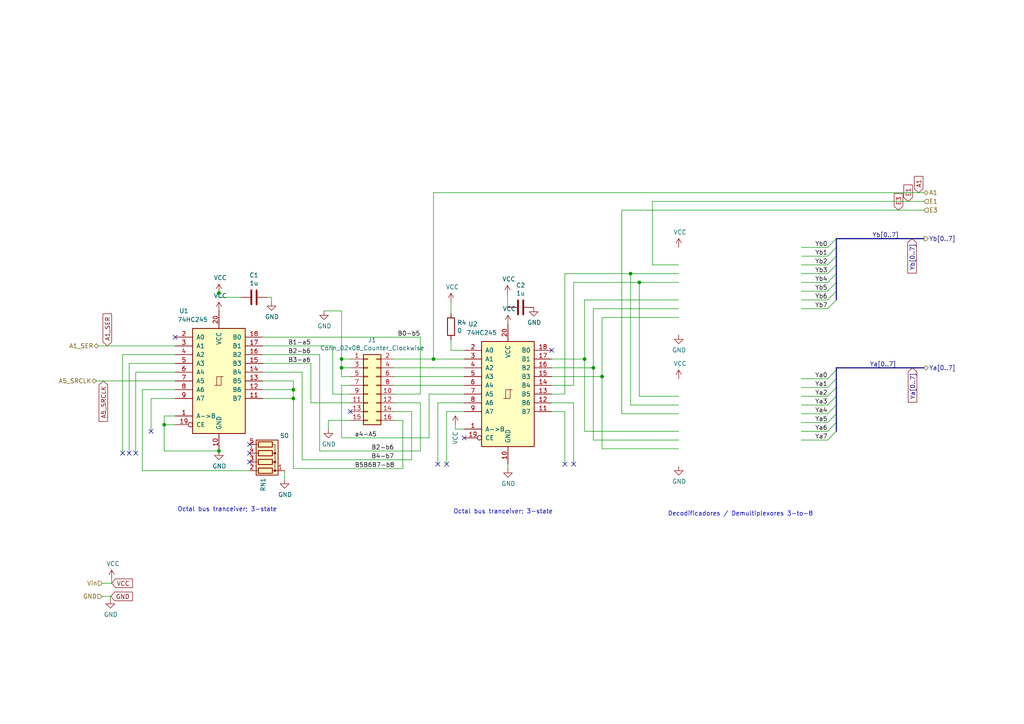
<source format=kicad_sch>
(kicad_sch (version 20211123) (generator eeschema)
  (paper "A4")
  (lib_symbols
    (symbol "74xx:74HC245" (pin_names (offset 1.016))
      (property "Reference" "U" (at -7.62 16.51 0))
      (property "Value" "74HC245" (at -7.62 -16.51 0))
      (symbol "74HC245_1_0"
        (polyline (pts (xy -0.635 -1.27) (xy -0.635 1.27) (xy 0.635 1.27)))
        (polyline (pts (xy -1.27 -1.27) (xy 0.635 -1.27) (xy 0.635 1.27) (xy 1.27 1.27)))
        (pin input line (at -12.7 -10.16 0) (length 5.08) (name "A->B") (number "1"))
        (pin power_in line (at 0 -20.32 90) (length 5.08) (name "GND") (number "10"))
        (pin tri_state line (at 12.7 -5.08 180) (length 5.08) (name "B7") (number "11"))
        (pin tri_state line (at 12.7 -2.54 180) (length 5.08) (name "B6") (number "12"))
        (pin tri_state line (at 12.7 0 180) (length 5.08) (name "B5") (number "13"))
        (pin tri_state line (at 12.7 2.54 180) (length 5.08) (name "B4") (number "14"))
        (pin tri_state line (at 12.7 5.08 180) (length 5.08) (name "B3") (number "15"))
        (pin tri_state line (at 12.7 7.62 180) (length 5.08) (name "B2") (number "16"))
        (pin tri_state line (at 12.7 10.16 180) (length 5.08) (name "B1") (number "17"))
        (pin tri_state line (at 12.7 12.7 180) (length 5.08) (name "B0") (number "18"))
        (pin input inverted (at -12.7 -12.7 0) (length 5.08) (name "CE") (number "19"))
        (pin tri_state line (at -12.7 12.7 0) (length 5.08) (name "A0") (number "2"))
        (pin power_in line (at 0 20.32 270) (length 5.08) (name "VCC") (number "20"))
        (pin tri_state line (at -12.7 10.16 0) (length 5.08) (name "A1") (number "3"))
        (pin tri_state line (at -12.7 7.62 0) (length 5.08) (name "A2") (number "4"))
        (pin tri_state line (at -12.7 5.08 0) (length 5.08) (name "A3") (number "5"))
        (pin tri_state line (at -12.7 2.54 0) (length 5.08) (name "A4") (number "6"))
        (pin tri_state line (at -12.7 0 0) (length 5.08) (name "A5") (number "7"))
        (pin tri_state line (at -12.7 -2.54 0) (length 5.08) (name "A6") (number "8"))
        (pin tri_state line (at -12.7 -5.08 0) (length 5.08) (name "A7") (number "9"))
      )
      (symbol "74HC245_1_1"
        (rectangle (start -7.62 15.24) (end 7.62 -15.24) (stroke (width 0.254)) (fill (type background)))
      )
    )
    (symbol "Connector_Generic:Conn_02x08_Odd_Even" (pin_names (offset 1.016) hide)
      (property "Reference" "J" (at 1.27 10.16 0))
      (property "Value" "Conn_02x08_Odd_Even" (at 1.27 -12.7 0))
      (symbol "Conn_02x08_Odd_Even_1_1"
        (rectangle (start -1.27 -10.033) (end 0 -10.287) (stroke (width 0.1524)))
        (rectangle (start -1.27 -7.493) (end 0 -7.747) (stroke (width 0.1524)))
        (rectangle (start -1.27 -4.953) (end 0 -5.207) (stroke (width 0.1524)))
        (rectangle (start -1.27 -2.413) (end 0 -2.667) (stroke (width 0.1524)))
        (rectangle (start -1.27 0.127) (end 0 -0.127) (stroke (width 0.1524)))
        (rectangle (start -1.27 2.667) (end 0 2.413) (stroke (width 0.1524)))
        (rectangle (start -1.27 5.207) (end 0 4.953) (stroke (width 0.1524)))
        (rectangle (start -1.27 7.747) (end 0 7.493) (stroke (width 0.1524)))
        (rectangle (start -1.27 8.89) (end 3.81 -11.43) (stroke (width 0.254)) (fill (type background)))
        (rectangle (start 3.81 -10.033) (end 2.54 -10.287) (stroke (width 0.1524)))
        (rectangle (start 3.81 -7.493) (end 2.54 -7.747) (stroke (width 0.1524)))
        (rectangle (start 3.81 -4.953) (end 2.54 -5.207) (stroke (width 0.1524)))
        (rectangle (start 3.81 -2.413) (end 2.54 -2.667) (stroke (width 0.1524)))
        (rectangle (start 3.81 0.127) (end 2.54 -0.127) (stroke (width 0.1524)))
        (rectangle (start 3.81 2.667) (end 2.54 2.413) (stroke (width 0.1524)))
        (rectangle (start 3.81 5.207) (end 2.54 4.953) (stroke (width 0.1524)))
        (rectangle (start 3.81 7.747) (end 2.54 7.493) (stroke (width 0.1524)))
        (pin passive line (at -5.08 7.62 0) (length 3.81) (name "Pin_1") (number "1"))
        (pin passive line (at 7.62 -2.54 180) (length 3.81) (name "Pin_10") (number "10"))
        (pin passive line (at -5.08 -5.08 0) (length 3.81) (name "Pin_11") (number "11"))
        (pin passive line (at 7.62 -5.08 180) (length 3.81) (name "Pin_12") (number "12"))
        (pin passive line (at -5.08 -7.62 0) (length 3.81) (name "Pin_13") (number "13"))
        (pin passive line (at 7.62 -7.62 180) (length 3.81) (name "Pin_14") (number "14"))
        (pin passive line (at -5.08 -10.16 0) (length 3.81) (name "Pin_15") (number "15"))
        (pin passive line (at 7.62 -10.16 180) (length 3.81) (name "Pin_16") (number "16"))
        (pin passive line (at 7.62 7.62 180) (length 3.81) (name "Pin_2") (number "2"))
        (pin passive line (at -5.08 5.08 0) (length 3.81) (name "Pin_3") (number "3"))
        (pin passive line (at 7.62 5.08 180) (length 3.81) (name "Pin_4") (number "4"))
        (pin passive line (at -5.08 2.54 0) (length 3.81) (name "Pin_5") (number "5"))
        (pin passive line (at 7.62 2.54 180) (length 3.81) (name "Pin_6") (number "6"))
        (pin passive line (at -5.08 0 0) (length 3.81) (name "Pin_7") (number "7"))
        (pin passive line (at 7.62 0 180) (length 3.81) (name "Pin_8") (number "8"))
        (pin passive line (at -5.08 -2.54 0) (length 3.81) (name "Pin_9") (number "9"))
      )
    )
    (symbol "Device:C" (pin_numbers hide) (pin_names (offset 0.254))
      (property "Reference" "C" (at 0.635 2.54 0))
      (property "Value" "C" (at 0.635 -2.54 0))
      (symbol "C_0_1"
        (polyline (pts (xy -2.032 -0.762) (xy 2.032 -0.762)) (stroke (width 0.508)))
        (polyline (pts (xy -2.032 0.762) (xy 2.032 0.762)) (stroke (width 0.508)))
      )
      (symbol "C_1_1"
        (pin passive line (at 0 3.81 270) (length 2.794) (name "~") (number "1"))
        (pin passive line (at 0 -3.81 90) (length 2.794) (name "~") (number "2"))
      )
    )
    (symbol "Device:R" (pin_numbers hide) (pin_names (offset 0))
      (property "Reference" "R" (at 2.032 0 90))
      (property "Value" "R" (at 0 0 90))
      (symbol "R_0_1"
        (rectangle (start -1.016 -2.54) (end 1.016 2.54) (stroke (width 0.254)))
      )
      (symbol "R_1_1"
        (pin passive line (at 0 3.81 270) (length 1.27) (name "~") (number "1"))
        (pin passive line (at 0 -3.81 90) (length 1.27) (name "~") (number "2"))
      )
    )
    (symbol "Device:R_Network04" (pin_names (offset 0) hide)
      (property "Reference" "RN" (at -7.62 0 90))
      (property "Value" "R_Network04" (at 5.08 0 90))
      (symbol "R_Network04_0_1"
        (rectangle (start -6.35 -3.175) (end 3.81 3.175) (stroke (width 0.254)) (fill (type background)))
        (rectangle (start -5.842 1.524) (end -4.318 -2.54) (stroke (width 0.254)))
        (circle (center -5.08 2.286) (radius 0.254) (fill (type outline)))
        (rectangle (start -3.302 1.524) (end -1.778 -2.54) (stroke (width 0.254)))
        (circle (center -2.54 2.286) (radius 0.254) (fill (type outline)))
        (rectangle (start -0.762 1.524) (end 0.762 -2.54) (stroke (width 0.254)))
        (polyline (pts (xy -5.08 -2.54) (xy -5.08 -3.81)))
        (polyline (pts (xy -2.54 -2.54) (xy -2.54 -3.81)))
        (polyline (pts (xy 0 -2.54) (xy 0 -3.81)))
        (polyline (pts (xy 2.54 -2.54) (xy 2.54 -3.81)))
        (polyline (pts (xy -5.08 1.524) (xy -5.08 2.286) (xy -2.54 2.286) (xy -2.54 1.524)))
        (polyline (pts (xy -2.54 1.524) (xy -2.54 2.286) (xy 0 2.286) (xy 0 1.524)))
        (polyline (pts (xy 0 1.524) (xy 0 2.286) (xy 2.54 2.286) (xy 2.54 1.524)))
        (circle (center 0 2.286) (radius 0.254) (fill (type outline)))
        (rectangle (start 1.778 1.524) (end 3.302 -2.54) (stroke (width 0.254)))
      )
      (symbol "R_Network04_1_1"
        (pin passive line (at -5.08 5.08 270) (length 2.54) (name "common") (number "1"))
        (pin passive line (at -5.08 -5.08 90) (length 1.27) (name "R1") (number "2"))
        (pin passive line (at -2.54 -5.08 90) (length 1.27) (name "R2") (number "3"))
        (pin passive line (at 0 -5.08 90) (length 1.27) (name "R3") (number "4"))
        (pin passive line (at 2.54 -5.08 90) (length 1.27) (name "R4") (number "5"))
      )
    )
    (symbol "power:GND" (power) (pin_names (offset 0))
      (property "Value" "GND" (at 0 -3.81 0))
      (symbol "GND_0_1"
        (polyline (pts (xy 0 0) (xy 0 -1.27) (xy 1.27 -1.27) (xy 0 -2.54) (xy -1.27 -1.27) (xy 0 -1.27)))
      )
      (symbol "GND_1_1"
        (pin power_in line (at 0 0 270) (length 0) hide (name "GND") (number "1"))
      )
    )
    (symbol "power:VCC" (power) (pin_names (offset 0))
      (property "Value" "VCC" (at 0 3.81 0))
      (symbol "VCC_0_1"
        (polyline (pts (xy -0.762 1.27) (xy 0 2.54)))
        (polyline (pts (xy 0 0) (xy 0 2.54)))
        (polyline (pts (xy 0 2.54) (xy 0.762 1.27)))
      )
      (symbol "VCC_1_1"
        (pin power_in line (at 0 0 90) (length 0) hide (name "VCC") (number "1"))
      )
    )
  )
  (junction (at 174.625 109.22))
  (junction (at 182.88 79.375))
  (junction (at 47.625 123.19))
  (junction (at 63.5 130.81))
  (junction (at 85.09 113.03))
  (junction (at 169.545 104.14))
  (junction (at 99.06 104.14))
  (junction (at 185.42 81.915))
  (junction (at 172.085 106.68))
  (junction (at 63.5 84.963))
  (junction (at 99.06 106.68))
  (junction (at 85.09 115.57))
  (junction (at 125.73 104.14))
  (no_connect (at 35.56 131.445))
  (no_connect (at 134.62 127))
  (no_connect (at 72.39 133.985))
  (no_connect (at 39.37 131.445))
  (no_connect (at 160.02 101.6))
  (no_connect (at 127 134.62))
  (no_connect (at 43.815 125.095))
  (no_connect (at 37.465 131.445))
  (no_connect (at 72.39 128.905))
  (no_connect (at 163.83 134.62))
  (no_connect (at 50.8 97.79))
  (no_connect (at 166.37 134.62))
  (no_connect (at 101.6 119.38))
  (no_connect (at 72.39 131.445))
  (no_connect (at 129.54 134.62))
  (bus_entry (at 240.03 79.375) (size 2.54 -2.54))
  (bus_entry (at 240.03 81.915) (size 2.54 -2.54))
  (bus_entry (at 240.03 117.475) (size 2.54 -2.54))
  (bus_entry (at 240.03 74.295) (size 2.54 -2.54))
  (bus_entry (at 240.03 112.395) (size 2.54 -2.54))
  (bus_entry (at 240.03 122.555) (size 2.54 -2.54))
  (bus_entry (at 240.03 125.095) (size 2.54 -2.54))
  (bus_entry (at 240.03 86.995) (size 2.54 -2.54))
  (bus_entry (at 240.03 127.635) (size 2.54 -2.54))
  (bus_entry (at 240.03 84.455) (size 2.54 -2.54))
  (bus_entry (at 240.03 109.855) (size 2.54 -2.54))
  (bus_entry (at 240.03 120.015) (size 2.54 -2.54))
  (bus_entry (at 240.03 76.835) (size 2.54 -2.54))
  (bus_entry (at 240.03 114.935) (size 2.54 -2.54))
  (bus_entry (at 240.03 89.535) (size 2.54 -2.54))
  (bus_entry (at 240.03 71.755) (size 2.54 -2.54))
  (wire (pts (xy 172.085 89.535) (xy 196.85 89.535)))
  (bus (pts (xy 242.57 69.215) (xy 242.57 71.755)))
  (wire (pts (xy 99.06 104.14) (xy 99.06 90.17)))
  (wire (pts (xy 96.52 100.33) (xy 96.52 114.3)))
  (bus (pts (xy 242.57 122.555) (xy 242.57 125.095)))
  (wire (pts (xy 114.3 114.3) (xy 121.92 114.3)))
  (wire (pts (xy 232.41 89.535) (xy 240.03 89.535)))
  (wire (pts (xy 39.37 107.95) (xy 39.37 131.445)))
  (wire (pts (xy 196.85 114.935) (xy 185.42 114.935)))
  (wire (pts (xy 129.54 119.38) (xy 134.62 119.38)))
  (wire (pts (xy 169.545 125.095) (xy 196.85 125.095)))
  (wire (pts (xy 189.23 58.42) (xy 267.97 58.42)))
  (wire (pts (xy 134.62 124.46) (xy 132.08 124.46)))
  (wire (pts (xy 160.02 114.3) (xy 163.83 114.3)))
  (wire (pts (xy 125.73 55.88) (xy 267.97 55.88)))
  (wire (pts (xy 232.41 76.835) (xy 240.03 76.835)))
  (wire (pts (xy 50.8 100.33) (xy 28.575 100.33)))
  (wire (pts (xy 232.41 114.935) (xy 240.03 114.935)))
  (wire (pts (xy 121.92 97.79) (xy 121.92 114.3)))
  (wire (pts (xy 82.55 136.525) (xy 82.55 139.065)))
  (wire (pts (xy 232.41 84.455) (xy 240.03 84.455)))
  (wire (pts (xy 129.54 119.38) (xy 129.54 134.62)))
  (wire (pts (xy 63.5 86.233) (xy 63.5 84.963)))
  (wire (pts (xy 160.02 104.14) (xy 169.545 104.14)))
  (wire (pts (xy 99.06 127) (xy 124.46 127)))
  (wire (pts (xy 130.81 98.552) (xy 130.81 101.6)))
  (wire (pts (xy 180.34 60.96) (xy 180.34 120.015)))
  (wire (pts (xy 95.25 121.92) (xy 101.6 121.92)))
  (wire (pts (xy 132.08 123.19) (xy 132.08 124.46)))
  (wire (pts (xy 90.17 105.41) (xy 90.17 116.84)))
  (bus (pts (xy 242.57 74.295) (xy 242.57 76.835)))
  (wire (pts (xy 50.8 110.49) (xy 27.94 110.49)))
  (bus (pts (xy 242.57 112.395) (xy 242.57 114.935)))
  (wire (pts (xy 125.73 55.88) (xy 125.73 104.14)))
  (wire (pts (xy 232.41 122.555) (xy 240.03 122.555)))
  (wire (pts (xy 180.34 120.015) (xy 196.85 120.015)))
  (bus (pts (xy 242.57 69.215) (xy 267.97 69.215)))
  (wire (pts (xy 172.085 127.635) (xy 196.85 127.635)))
  (wire (pts (xy 116.84 121.92) (xy 116.84 135.89)))
  (wire (pts (xy 232.41 81.915) (xy 240.03 81.915)))
  (wire (pts (xy 232.41 74.295) (xy 240.03 74.295)))
  (wire (pts (xy 182.88 117.475) (xy 182.88 79.375)))
  (wire (pts (xy 69.85 86.233) (xy 63.5 86.233)))
  (wire (pts (xy 37.465 105.41) (xy 50.8 105.41)))
  (wire (pts (xy 232.41 117.475) (xy 240.03 117.475)))
  (wire (pts (xy 160.02 119.38) (xy 163.83 119.38)))
  (wire (pts (xy 39.37 107.95) (xy 50.8 107.95)))
  (wire (pts (xy 92.71 102.87) (xy 92.71 130.81)))
  (wire (pts (xy 130.81 87.63) (xy 130.81 90.932)))
  (wire (pts (xy 78.74 86.233) (xy 78.74 87.503)))
  (wire (pts (xy 169.545 86.995) (xy 196.85 86.995)))
  (wire (pts (xy 166.37 81.915) (xy 185.42 81.915)))
  (wire (pts (xy 125.73 104.14) (xy 134.62 104.14)))
  (wire (pts (xy 85.09 110.49) (xy 85.09 113.03)))
  (wire (pts (xy 185.42 114.935) (xy 185.42 81.915)))
  (wire (pts (xy 87.63 133.35) (xy 119.38 133.35)))
  (wire (pts (xy 35.56 102.87) (xy 50.8 102.87)))
  (wire (pts (xy 87.63 107.95) (xy 87.63 133.35)))
  (wire (pts (xy 85.09 115.57) (xy 85.09 135.89)))
  (bus (pts (xy 242.57 120.015) (xy 242.57 122.555)))
  (bus (pts (xy 242.57 81.915) (xy 242.57 84.455)))
  (wire (pts (xy 99.06 90.17) (xy 93.98 90.17)))
  (wire (pts (xy 76.2 105.41) (xy 90.17 105.41)))
  (wire (pts (xy 41.275 113.03) (xy 50.8 113.03)))
  (wire (pts (xy 174.625 130.175) (xy 196.85 130.175)))
  (wire (pts (xy 76.2 97.79) (xy 121.92 97.79)))
  (wire (pts (xy 114.3 106.68) (xy 134.62 106.68)))
  (wire (pts (xy 76.2 107.95) (xy 87.63 107.95)))
  (bus (pts (xy 242.57 106.68) (xy 267.97 106.68)))
  (wire (pts (xy 76.2 113.03) (xy 85.09 113.03)))
  (wire (pts (xy 90.17 116.84) (xy 101.6 116.84)))
  (wire (pts (xy 232.41 125.095) (xy 240.03 125.095)))
  (wire (pts (xy 32.385 169.164) (xy 32.385 167.894)))
  (wire (pts (xy 114.3 121.92) (xy 116.84 121.92)))
  (wire (pts (xy 166.37 116.84) (xy 166.37 134.62)))
  (bus (pts (xy 242.57 107.315) (xy 242.57 109.855)))
  (wire (pts (xy 114.3 109.22) (xy 134.62 109.22)))
  (wire (pts (xy 99.06 111.76) (xy 101.6 111.76)))
  (wire (pts (xy 147.193 85.344) (xy 147.193 89.154)))
  (wire (pts (xy 180.34 60.96) (xy 267.97 60.96)))
  (wire (pts (xy 114.3 116.84) (xy 121.92 116.84)))
  (wire (pts (xy 166.37 81.915) (xy 166.37 111.76)))
  (wire (pts (xy 77.47 86.233) (xy 78.74 86.233)))
  (wire (pts (xy 35.56 102.87) (xy 35.56 131.445)))
  (wire (pts (xy 29.718 169.164) (xy 32.385 169.164)))
  (bus (pts (xy 242.57 109.855) (xy 242.57 112.395)))
  (wire (pts (xy 114.3 111.76) (xy 134.62 111.76)))
  (wire (pts (xy 232.41 86.995) (xy 240.03 86.995)))
  (wire (pts (xy 174.625 92.075) (xy 196.85 92.075)))
  (wire (pts (xy 85.09 110.49) (xy 76.2 110.49)))
  (wire (pts (xy 85.09 113.03) (xy 85.09 115.57)))
  (wire (pts (xy 76.2 102.87) (xy 92.71 102.87)))
  (wire (pts (xy 47.625 130.81) (xy 63.5 130.81)))
  (wire (pts (xy 37.465 105.41) (xy 37.465 131.445)))
  (wire (pts (xy 101.6 106.68) (xy 99.06 106.68)))
  (wire (pts (xy 47.625 123.19) (xy 47.625 130.81)))
  (wire (pts (xy 95.25 121.92) (xy 95.25 124.46)))
  (wire (pts (xy 114.3 119.38) (xy 119.38 119.38)))
  (wire (pts (xy 114.3 104.14) (xy 125.73 104.14)))
  (wire (pts (xy 174.625 109.22) (xy 174.625 130.175)))
  (wire (pts (xy 166.37 111.76) (xy 160.02 111.76)))
  (wire (pts (xy 29.591 172.974) (xy 32.004 172.974)))
  (wire (pts (xy 76.2 115.57) (xy 85.09 115.57)))
  (bus (pts (xy 242.57 71.755) (xy 242.57 74.295)))
  (wire (pts (xy 32.004 172.974) (xy 32.004 173.863)))
  (wire (pts (xy 127 134.62) (xy 127 116.84)))
  (wire (pts (xy 147.32 134.62) (xy 147.32 135.89)))
  (wire (pts (xy 43.815 115.57) (xy 50.8 115.57)))
  (wire (pts (xy 47.625 123.19) (xy 47.625 120.65)))
  (wire (pts (xy 172.085 106.68) (xy 172.085 127.635)))
  (wire (pts (xy 232.41 127.635) (xy 240.03 127.635)))
  (wire (pts (xy 232.41 79.375) (xy 240.03 79.375)))
  (wire (pts (xy 41.275 113.03) (xy 41.275 136.525)))
  (wire (pts (xy 50.8 123.19) (xy 47.625 123.19)))
  (wire (pts (xy 47.625 120.65) (xy 50.8 120.65)))
  (bus (pts (xy 242.57 117.475) (xy 242.57 120.015)))
  (wire (pts (xy 160.02 109.22) (xy 174.625 109.22)))
  (wire (pts (xy 163.83 79.375) (xy 182.88 79.375)))
  (wire (pts (xy 92.71 130.81) (xy 121.92 130.81)))
  (wire (pts (xy 124.46 114.3) (xy 124.46 127)))
  (wire (pts (xy 163.83 79.375) (xy 163.83 114.3)))
  (wire (pts (xy 121.92 116.84) (xy 121.92 130.81)))
  (bus (pts (xy 242.57 84.455) (xy 242.57 86.995)))
  (wire (pts (xy 172.085 89.535) (xy 172.085 106.68)))
  (wire (pts (xy 174.625 92.075) (xy 174.625 109.22)))
  (wire (pts (xy 160.02 106.68) (xy 172.085 106.68)))
  (bus (pts (xy 242.57 106.68) (xy 242.57 107.315)))
  (wire (pts (xy 189.23 76.835) (xy 196.85 76.835)))
  (wire (pts (xy 169.545 86.995) (xy 169.545 104.14)))
  (wire (pts (xy 72.39 136.525) (xy 41.275 136.525)))
  (bus (pts (xy 242.57 76.835) (xy 242.57 79.375)))
  (wire (pts (xy 124.46 114.3) (xy 134.62 114.3)))
  (wire (pts (xy 185.42 81.915) (xy 196.85 81.915)))
  (wire (pts (xy 163.83 119.38) (xy 163.83 134.62)))
  (wire (pts (xy 96.52 114.3) (xy 101.6 114.3)))
  (wire (pts (xy 76.2 100.33) (xy 96.52 100.33)))
  (wire (pts (xy 43.815 115.57) (xy 43.815 125.095)))
  (wire (pts (xy 232.41 112.395) (xy 240.03 112.395)))
  (wire (pts (xy 160.02 116.84) (xy 166.37 116.84)))
  (wire (pts (xy 169.545 104.14) (xy 169.545 125.095)))
  (wire (pts (xy 182.88 79.375) (xy 196.85 79.375)))
  (wire (pts (xy 63.5 84.963) (xy 63.5 84.836)))
  (bus (pts (xy 242.57 79.375) (xy 242.57 81.915)))
  (wire (pts (xy 182.88 117.475) (xy 196.85 117.475)))
  (wire (pts (xy 134.62 101.6) (xy 130.81 101.6)))
  (wire (pts (xy 85.09 135.89) (xy 116.84 135.89)))
  (bus (pts (xy 242.57 114.935) (xy 242.57 117.475)))
  (wire (pts (xy 101.6 104.14) (xy 99.06 104.14)))
  (wire (pts (xy 127 116.84) (xy 134.62 116.84)))
  (wire (pts (xy 232.41 109.855) (xy 240.03 109.855)))
  (wire (pts (xy 101.6 109.22) (xy 99.06 109.22)))
  (wire (pts (xy 119.38 133.35) (xy 119.38 119.38)))
  (wire (pts (xy 99.06 111.76) (xy 99.06 127)))
  (wire (pts (xy 189.23 58.42) (xy 189.23 76.835)))
  (wire (pts (xy 99.06 109.22) (xy 99.06 106.68)))
  (wire (pts (xy 232.41 120.015) (xy 240.03 120.015)))
  (wire (pts (xy 99.06 106.68) (xy 99.06 104.14)))
  (wire (pts (xy 232.41 71.755) (xy 240.03 71.755)))
  (text "Octal bus tranceiver; 3-state\n" (at 131.445 149.225 0) (effects (font (size 1.27 1.27)) (justify left bottom)))
  (text "Octal bus tranceiver; 3-state\n" (at 51.435 148.59 0) (effects (font (size 1.27 1.27)) (justify left bottom)))
  (text "Decodificadores / Demultiplexores 3-to-8\n" (at 193.675 149.86 0) (effects (font (size 1.27 1.27)) (justify left bottom)))
  (label "Yb[0..7]" (at 252.984 69.215 0))
  (label "Ya[0..7]" (at 252.222 106.68 0))
  (label "Yb2" (at 240.03 76.835 180))
  (label "Yb7" (at 240.03 89.535 180))
  (label "Yb3" (at 240.03 79.375 180))
  (label "Ya2" (at 240.03 114.935 180))
  (label "B2-b6" (at 90.17 102.87 180))
  (label "B1-a5" (at 90.17 100.33 180))
  (label "Ya3" (at 240.03 117.475 180))
  (label "Ya1" (at 240.03 112.395 180))
  (label "Ya6" (at 240.03 125.095 180))
  (label "B4-b7" (at 114.3 133.35 180))
  (label "Ya4" (at 240.03 120.015 180))
  (label "B0-b5" (at 121.92 97.79 180))
  (label "Yb4" (at 240.03 81.915 180))
  (label "B5B6B7-b8" (at 102.87 135.89 0))
  (label "Ya7" (at 240.03 127.635 180))
  (label "B2-b6" (at 114.3 130.81 180))
  (label "a4-A5" (at 102.87 127 0))
  (label "B3-a6" (at 90.17 105.41 180))
  (label "Yb6" (at 240.03 86.995 180))
  (label "Yb1" (at 240.03 74.295 180))
  (label "Ya5" (at 240.03 122.555 180))
  (label "Ya0" (at 240.03 109.855 180))
  (label "Yb5" (at 240.03 84.455 180))
  (label "Yb0" (at 240.03 71.755 180))
  (global_label "GND" (shape input) (at 32.131 172.974 0) (property "Intersheet References" "${INTERSHEET_REFS}" (effects hide)))
  (global_label "A1_SER" (shape input) (at 31.115 100.33 90) (property "Intersheet References" "${INTERSHEET_REFS}" (effects hide)))
  (global_label "E1" (shape input) (at 263.398 58.42 90) (property "Intersheet References" "${INTERSHEET_REFS}" (effects hide)))
  (global_label "Ya[0..7]" (shape input) (at 264.668 106.68 270) (property "Intersheet References" "${INTERSHEET_REFS}" (effects hide)))
  (global_label "VCC" (shape input) (at 32.385 169.164 0) (property "Intersheet References" "${INTERSHEET_REFS}" (effects hide)))
  (global_label "A1" (shape input) (at 266.446 55.88 90) (property "Intersheet References" "${INTERSHEET_REFS}" (effects hide)))
  (global_label "Yb[0..7]" (shape input) (at 264.541 69.215 270) (property "Intersheet References" "${INTERSHEET_REFS}" (effects hide)))
  (global_label "E3" (shape input) (at 260.604 60.96 90) (property "Intersheet References" "${INTERSHEET_REFS}" (effects hide)))
  (global_label "A5_SRCLK" (shape input) (at 29.972 110.49 270) (property "Intersheet References" "${INTERSHEET_REFS}" (effects hide)))
  (hierarchical_label "Yb[0..7]" (shape output) (at 267.97 69.215 0))
  (hierarchical_label "GND" (shape input) (at 29.591 172.974 180))
  (hierarchical_label "E3" (shape input) (at 267.97 60.96 0))
  (hierarchical_label "A5_SRCLK" (shape bidirectional) (at 27.94 110.49 180))
  (hierarchical_label "Vin" (shape input) (at 29.718 169.164 180))
  (hierarchical_label "E1" (shape input) (at 267.97 58.42 0))
  (hierarchical_label "A1" (shape bidirectional) (at 267.97 55.88 0))
  (hierarchical_label "Ya[0..7]" (shape bidirectional) (at 267.97 106.68 0))
  (hierarchical_label "A1_SER" (shape bidirectional) (at 28.575 100.33 180))
  (symbol (lib_id "74xx:74HC245") (at 63.5 110.49 0)
    (property "Reference" "U1" (at 53.34 90.17 0))
    (property "Value" "74HC245" (at 55.88 92.71 0))
    (property "Footprint" "Package_SO:SO-20-1EP_7.52x12.825mm_P1.27mm_EP6.045x12.09mm_Mask3.56x4.47mm" (effects hide))
    (property "Datasheet" "http://www.ti.com/lit/gpn/sn74HC245" (effects hide))
    (property "CodigoCatalogo" "296-1584-5-ND" (effects hide))
  )
  (symbol (lib_id "power:GND") (at 196.85 97.155 0)
    (property "Reference" "#PWR015" (effects hide))
    (property "Value" "GND" (at 196.977 101.5492 0))
  )
  (symbol (lib_id "74xx:74HC245") (at 147.32 114.3 0)
    (property "Reference" "U2" (at 137.16 93.98 0))
    (property "Value" "74HC245" (at 139.7 96.52 0))
    (property "Footprint" "Package_SO:SO-20-1EP_7.52x12.825mm_P1.27mm_EP6.045x12.09mm_Mask3.56x4.47mm" (effects hide))
    (property "Datasheet" "http://www.ti.com/lit/gpn/sn74HC245" (effects hide))
    (property "CodigoCatalogo" "296-1584-5-ND" (effects hide))
  )
  (symbol (lib_id "power:GND") (at 93.98 90.17 0)
    (property "Reference" "#PWR07" (effects hide))
    (property "Value" "GND" (at 94.107 94.5642 0))
  )
  (symbol (lib_id "power:VCC") (at 130.81 87.63 0)
    (property "Reference" "#PWR09" (effects hide))
    (property "Value" "VCC" (at 131.191 83.2358 0))
  )
  (symbol (lib_id "power:VCC") (at 132.08 123.19 0)
    (property "Reference" "#PWR010" (effects hide))
    (property "Value" "VCC" (at 132.08 127 90))
  )
  (symbol (lib_id "power:GND") (at 147.32 135.89 0)
    (property "Reference" "#PWR012" (effects hide))
    (property "Value" "GND" (at 147.447 140.2842 0))
  )
  (symbol (lib_id "power:VCC") (at 147.193 85.344 0)
    (property "Reference" "#PWR011" (effects hide))
    (property "Value" "VCC" (at 147.574 80.9498 0))
  )
  (symbol (lib_id "power:GND") (at 78.74 87.503 0)
    (property "Reference" "#PWR05" (effects hide))
    (property "Value" "GND" (at 78.867 91.8972 0))
  )
  (symbol (lib_id "Device:C") (at 73.66 86.233 270)
    (property "Reference" "C1" (at 73.66 79.8322 90))
    (property "Value" "1u" (at 73.66 82.1436 90))
    (property "Footprint" "Capacitor_SMD:C_0201_0603Metric" (effects hide))
  )
  (symbol (lib_id "power:VCC") (at 63.5 84.963 0)
    (property "Reference" "#PWR03" (effects hide))
    (property "Value" "VCC" (at 63.881 80.5688 0))
  )
  (symbol (lib_id "power:VCC") (at 196.85 71.755 0)
    (property "Reference" "#PWR014" (effects hide))
    (property "Value" "VCC" (at 197.231 67.3608 0))
  )
  (symbol (lib_id "driverDisplayLED-rescue:74HC138D-74HC138D") (at 214.63 81.915 0)
    (property "Reference" "U3" (at 213.995 80.01 0))
    (property "Value" "74HC138D" (at 213.995 82.55 0))
    (property "Footprint" "Package_SO:SO-16_5.3x10.2mm_P1.27mm" (effects hide))
    (property "Datasheet" "74HC138D" (effects hide))
    (property "Field4" "1201320" (effects hide))
    (property "Field5" "-" (effects hide))
    (property "Field6" "SOIC-16" (effects hide))
    (property "Field7" "NXP" (effects hide))
    (property "CodigoCatalogo" "1727-2781-2-ND - Tape & Reel (TR)" (effects hide))
  )
  (symbol (lib_id "power:GND") (at 95.25 124.46 0)
    (property "Reference" "#PWR08" (effects hide))
    (property "Value" "GND" (at 95.377 128.8542 0))
  )
  (symbol (lib_id "Connector_Generic:Conn_02x08_Odd_Even") (at 106.68 111.76 0)
    (property "Reference" "J1" (at 107.95 98.6282 0))
    (property "Value" "Conn_02x08_Counter_Clockwise" (at 107.95 100.9396 0))
    (property "Footprint" "Connector_PinHeader_2.54mm:PinHeader_2x08_P2.54mm_Vertical" (effects hide))
  )
  (symbol (lib_id "Device:R_Network04") (at 77.47 131.445 270) (mirror x)
    (property "Reference" "RN1" (at 76.3016 138.557 0) (effects (justify right)))
    (property "Value" "50" (at 83.82 126.365 90) (effects (justify right)))
    (property "Footprint" "Resistor_SMD:R_Array_Convex_4x0603" (effects hide))
    (property "Datasheet" "http://www.vishay.com/docs/31509/csc.pdf" (effects hide))
  )
  (symbol (lib_id "power:GND") (at 82.55 139.065 0)
    (property "Reference" "#PWR06" (effects hide))
    (property "Value" "GND" (at 82.677 143.4592 0))
  )
  (symbol (lib_id "power:GND") (at 63.5 130.81 0)
    (property "Reference" "#PWR04" (effects hide))
    (property "Value" "GND" (at 63.627 135.2042 0))
  )
  (symbol (lib_id "power:GND") (at 154.813 89.154 0)
    (property "Reference" "#PWR013" (effects hide))
    (property "Value" "GND" (at 154.94 93.5482 0))
  )
  (symbol (lib_id "Device:C") (at 151.003 89.154 270)
    (property "Reference" "C2" (at 151.003 82.7532 90))
    (property "Value" "1u" (at 151.003 85.0646 90))
    (property "Footprint" "Capacitor_SMD:C_0201_0603Metric" (effects hide))
  )
  (symbol (lib_id "power:GND") (at 196.85 135.255 0)
    (property "Reference" "#PWR017" (effects hide))
    (property "Value" "GND" (at 196.977 139.6492 0))
  )
  (symbol (lib_id "power:VCC") (at 196.85 109.855 0)
    (property "Reference" "#PWR016" (effects hide))
    (property "Value" "VCC" (at 197.231 105.4608 0))
  )
  (symbol (lib_id "driverDisplayLED-rescue:74HC138D-74HC138D") (at 214.63 120.015 0)
    (property "Reference" "U4" (at 214.63 120.015 0))
    (property "Value" "74HC138D" (at 214.63 122.555 0))
    (property "Footprint" "Package_SO:SO-16_5.3x10.2mm_P1.27mm" (effects hide))
    (property "Datasheet" "74HC138D" (effects hide))
    (property "Field4" "1201320" (effects hide))
    (property "Field5" "-" (effects hide))
    (property "Field6" "SOIC-16" (effects hide))
    (property "Field7" "NXP" (effects hide))
    (property "CodigoCatalogo" "1727-2781-2-ND - Tape & Reel (TR)" (effects hide))
  )
  (symbol (lib_id "power:VCC") (at 32.385 167.894 0)
    (property "Reference" "#PWR0111" (effects hide))
    (property "Value" "VCC" (at 32.766 163.4998 0))
  )
  (symbol (lib_id "power:GND") (at 32.004 173.863 0)
    (property "Reference" "#PWR0113" (effects hide))
    (property "Value" "GND" (at 32.131 178.2572 0))
  )
  (symbol (lib_id "power:VCC") (at 147.32 93.98 0)
    (property "Reference" "#PWR0127" (effects hide))
    (property "Value" "VCC" (at 147.701 89.5858 0))
  )
  (symbol (lib_id "power:VCC") (at 63.5 90.17 0)
    (property "Reference" "#PWR0128" (effects hide))
    (property "Value" "VCC" (at 63.881 85.7758 0))
  )
  (symbol (lib_id "Device:R") (at 130.81 94.742 0) (unit 1)
    (property "Reference" "R4" (at 132.588 93.5736 0) (effects (justify left)))
    (property "Value" "0" (at 132.588 95.885 0) (effects (justify left)))
    (property "Footprint" "Resistor_SMD:R_0201_0603Metric" (effects hide))
  )
)
</source>
